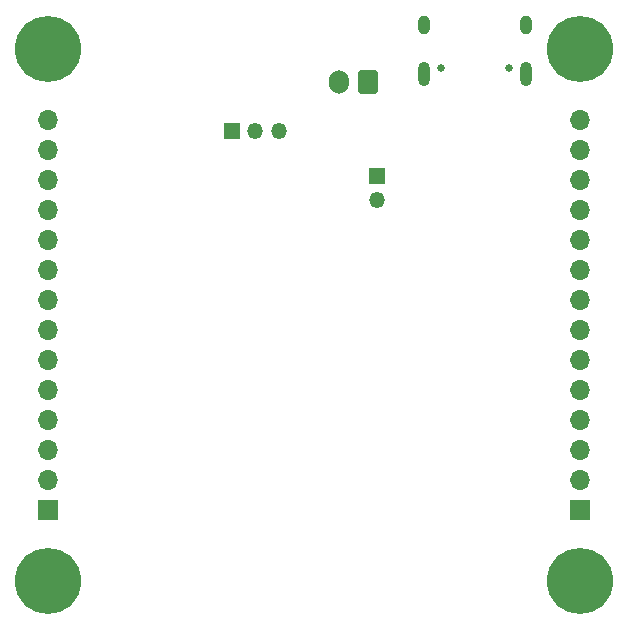
<source format=gbr>
%TF.GenerationSoftware,KiCad,Pcbnew,7.0.11*%
%TF.CreationDate,2024-04-21T20:12:22+02:00*%
%TF.ProjectId,cyberboard,63796265-7262-46f6-9172-642e6b696361,rev?*%
%TF.SameCoordinates,Original*%
%TF.FileFunction,Soldermask,Bot*%
%TF.FilePolarity,Negative*%
%FSLAX46Y46*%
G04 Gerber Fmt 4.6, Leading zero omitted, Abs format (unit mm)*
G04 Created by KiCad (PCBNEW 7.0.11) date 2024-04-21 20:12:22*
%MOMM*%
%LPD*%
G01*
G04 APERTURE LIST*
G04 Aperture macros list*
%AMRoundRect*
0 Rectangle with rounded corners*
0 $1 Rounding radius*
0 $2 $3 $4 $5 $6 $7 $8 $9 X,Y pos of 4 corners*
0 Add a 4 corners polygon primitive as box body*
4,1,4,$2,$3,$4,$5,$6,$7,$8,$9,$2,$3,0*
0 Add four circle primitives for the rounded corners*
1,1,$1+$1,$2,$3*
1,1,$1+$1,$4,$5*
1,1,$1+$1,$6,$7*
1,1,$1+$1,$8,$9*
0 Add four rect primitives between the rounded corners*
20,1,$1+$1,$2,$3,$4,$5,0*
20,1,$1+$1,$4,$5,$6,$7,0*
20,1,$1+$1,$6,$7,$8,$9,0*
20,1,$1+$1,$8,$9,$2,$3,0*%
G04 Aperture macros list end*
%ADD10R,1.700000X1.700000*%
%ADD11O,1.700000X1.700000*%
%ADD12C,5.600000*%
%ADD13R,1.350000X1.350000*%
%ADD14O,1.350000X1.350000*%
%ADD15RoundRect,0.250000X0.600000X0.750000X-0.600000X0.750000X-0.600000X-0.750000X0.600000X-0.750000X0*%
%ADD16O,1.700000X2.000000*%
%ADD17C,0.650000*%
%ADD18O,1.000000X2.100000*%
%ADD19O,1.000000X1.600000*%
G04 APERTURE END LIST*
D10*
%TO.C,J8*%
X161301000Y-118383002D03*
D11*
X161301000Y-115843002D03*
X161301000Y-113303002D03*
X161301000Y-110763002D03*
X161301000Y-108223002D03*
X161301000Y-105683002D03*
X161301000Y-103143002D03*
X161301000Y-100603002D03*
X161301000Y-98063002D03*
X161301000Y-95523002D03*
X161301000Y-92983002D03*
X161301000Y-90443002D03*
X161301000Y-87903002D03*
X161301000Y-85363002D03*
%TD*%
D12*
%TO.C,H4*%
X116301000Y-124383002D03*
%TD*%
D13*
%TO.C,JP1*%
X131851000Y-86283002D03*
D14*
X133851000Y-86283002D03*
X135851000Y-86283002D03*
%TD*%
D15*
%TO.C,J1*%
X143423000Y-82139002D03*
D16*
X140923000Y-82139002D03*
%TD*%
D10*
%TO.C,J4*%
X116301000Y-118383002D03*
D11*
X116301000Y-115843002D03*
X116301000Y-113303002D03*
X116301000Y-110763002D03*
X116301000Y-108223002D03*
X116301000Y-105683002D03*
X116301000Y-103143002D03*
X116301000Y-100603002D03*
X116301000Y-98063002D03*
X116301000Y-95523002D03*
X116301000Y-92983002D03*
X116301000Y-90443002D03*
X116301000Y-87903002D03*
X116301000Y-85363002D03*
%TD*%
D13*
%TO.C,JP3*%
X144123000Y-90139002D03*
D14*
X144123000Y-92139002D03*
%TD*%
D12*
%TO.C,H2*%
X161301000Y-124383002D03*
%TD*%
%TO.C,H3*%
X161301000Y-79383002D03*
%TD*%
%TO.C,H1*%
X116301000Y-79383002D03*
%TD*%
D17*
%TO.C,J2*%
X155313000Y-80939002D03*
X149533000Y-80939002D03*
D18*
X156743000Y-81469002D03*
D19*
X156743000Y-77289002D03*
D18*
X148103000Y-81469002D03*
D19*
X148103000Y-77289002D03*
%TD*%
M02*

</source>
